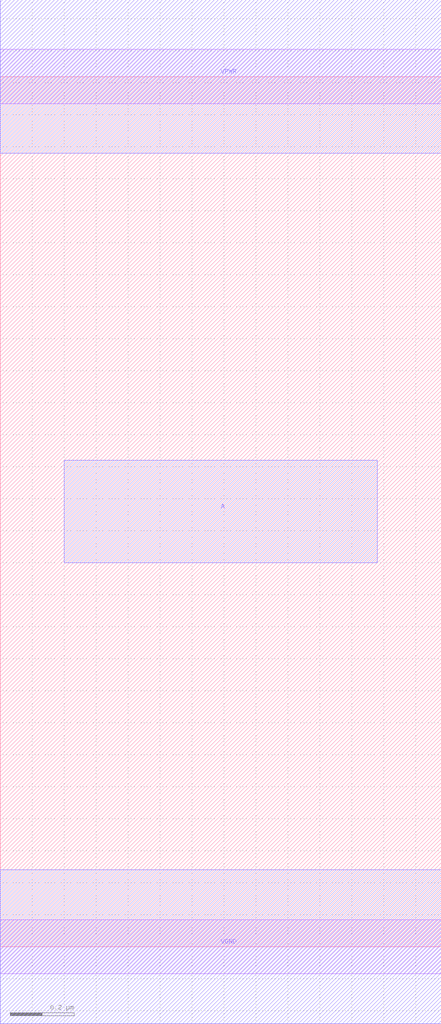
<source format=lef>
VERSION 5.8 ;
BUSBITCHARS "[]" ;
DIVIDERCHAR "/" ;

MACRO sky130_fd_sc_hd__simple_m2
  CLASS CORE ;
  ORIGIN  0.000000  0.000000 ;
  SIZE  1.380000 BY  2.720000 ;
  SYMMETRY X Y R90 ;
  SITE unithd ;
  PIN A
    DIRECTION INPUT ;
    USE SIGNAL ;
    PORT
      LAYER met2 ;
        RECT 0.200000 1.200000 1.180000 1.520000 ;
    END
  END A
  PIN VGND
    DIRECTION INOUT ;
    SHAPE ABUTMENT ;
    USE GROUND ;
    PORT
      LAYER li1 ;
        RECT 0.000000 -0.085000 1.380000 0.085000 ;
    END
    PORT
      LAYER met1 ;
        RECT 0.000000 -0.240000 1.380000 0.240000 ;
    END
  END VGND
  PIN VPWR
    DIRECTION INOUT ;
    SHAPE ABUTMENT ;
    USE POWER ;
    PORT
      LAYER li1 ;
        RECT 0.000000 2.635000 1.380000 2.805000 ;
    END
    PORT
      LAYER met1 ;
        RECT 0.000000 2.480000 1.380000 2.960000 ;
    END
  END VPWR
END sky130_fd_sc_hd__simple_m2

MACRO sky130_fd_sc_hd__simple_m1
  CLASS CORE ;
  ORIGIN  0.000000  0.000000 ;
  SIZE  1.380000 BY  2.720000 ;
  SYMMETRY X Y R90 ;
  SITE unithd ;
  PIN A
    DIRECTION INPUT ;
    USE SIGNAL ;
    PORT
      LAYER met1 ;
        RECT 0.200000 1.200000 1.180000 1.520000 ;
    END
  END A
  PIN VGND
    DIRECTION INOUT ;
    SHAPE ABUTMENT ;
    USE GROUND ;
    PORT
      LAYER li1 ;
        RECT 0.000000 -0.085000 1.380000 0.085000 ;
    END
    PORT
      LAYER met1 ;
        RECT 0.000000 -0.240000 1.380000 0.240000 ;
    END
  END VGND
  PIN VPWR
    DIRECTION INOUT ;
    SHAPE ABUTMENT ;
    USE POWER ;
    PORT
      LAYER li1 ;
        RECT 0.000000 2.635000 1.380000 2.805000 ;
    END
    PORT
      LAYER met1 ;
        RECT 0.000000 2.480000 1.380000 2.960000 ;
    END
  END VPWR
END sky130_fd_sc_hd__simple_m1

END LIBRARY 
</source>
